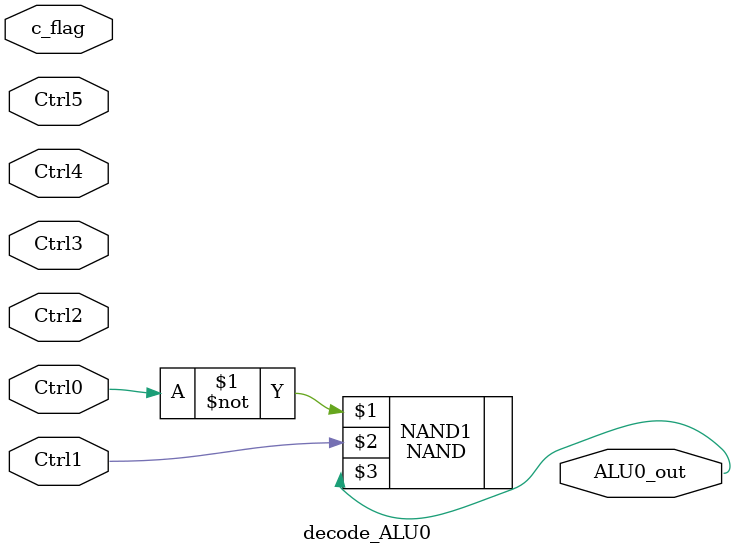
<source format=v>
module decode_ALU0(Ctrl0,Ctrl1,Ctrl2,Ctrl3,Ctrl4,Ctrl5,c_flag,ALU0_out);
    input Ctrl0,Ctrl1,Ctrl2,Ctrl3,Ctrl4,Ctrl5,c_flag;
    output ALU0_out;
    NAND NAND1(~Ctrl0,Ctrl1,ALU0_out);
endmodule
</source>
